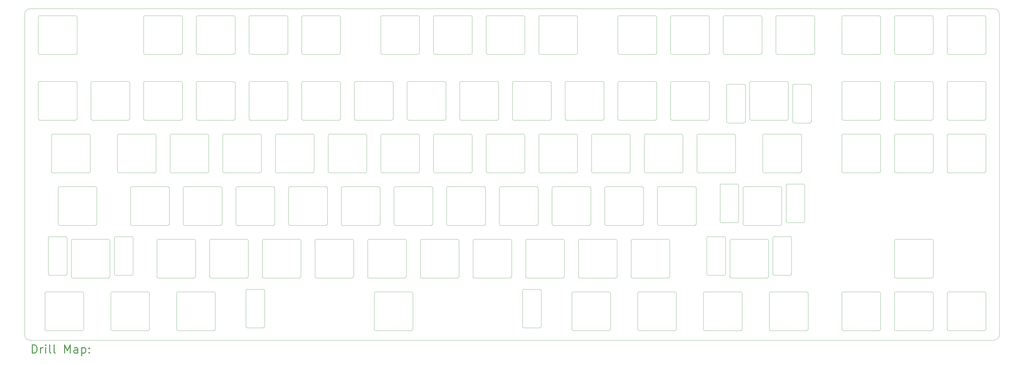
<source format=gbr>
%FSLAX45Y45*%
G04 Gerber Fmt 4.5, Leading zero omitted, Abs format (unit mm)*
G04 Created by KiCad (PCBNEW (5.1.12)-1) date 2021-11-20 18:31:44*
%MOMM*%
%LPD*%
G01*
G04 APERTURE LIST*
%TA.AperFunction,Profile*%
%ADD10C,0.100000*%
%TD*%
%ADD11C,0.200000*%
%ADD12C,0.300000*%
G04 APERTURE END LIST*
D10*
X41200000Y-4200000D02*
G75*
G03*
X41000000Y-4000000I-200000J0D01*
G01*
X41200000Y-15800000D02*
G75*
G02*
X41000000Y-16000000I-200000J0D01*
G01*
X5950000Y-15800000D02*
G75*
G03*
X6150000Y-16000000I200000J0D01*
G01*
X5950000Y-4200000D02*
G75*
G02*
X6150000Y-4000000I200000J0D01*
G01*
X41200000Y-4200000D02*
X41200000Y-15800000D01*
X5950000Y-4200000D02*
X5950000Y-15800000D01*
X6150000Y-16000000D02*
X41000000Y-16000000D01*
X6150000Y-4000000D02*
X41000000Y-4000000D01*
X40708750Y-15603750D02*
G75*
G02*
X40658750Y-15653750I-50000J0D01*
G01*
X39358750Y-15653750D02*
G75*
G02*
X39308750Y-15603750I0J50000D01*
G01*
X40658750Y-14253750D02*
G75*
G02*
X40708750Y-14303750I0J-50000D01*
G01*
X39308750Y-14303750D02*
G75*
G02*
X39358750Y-14253750I50000J0D01*
G01*
X40708750Y-14303750D02*
X40708750Y-15603750D01*
X39308750Y-14303750D02*
X39308750Y-15603750D01*
X39358750Y-15653750D02*
X40658750Y-15653750D01*
X39358750Y-14253750D02*
X40658750Y-14253750D01*
X38803750Y-15603750D02*
G75*
G02*
X38753750Y-15653750I-50000J0D01*
G01*
X37453750Y-15653750D02*
G75*
G02*
X37403750Y-15603750I0J50000D01*
G01*
X38753750Y-14253750D02*
G75*
G02*
X38803750Y-14303750I0J-50000D01*
G01*
X37403750Y-14303750D02*
G75*
G02*
X37453750Y-14253750I50000J0D01*
G01*
X38803750Y-14303750D02*
X38803750Y-15603750D01*
X37403750Y-14303750D02*
X37403750Y-15603750D01*
X37453750Y-15653750D02*
X38753750Y-15653750D01*
X37453750Y-14253750D02*
X38753750Y-14253750D01*
X36898750Y-15603750D02*
G75*
G02*
X36848750Y-15653750I-50000J0D01*
G01*
X35548750Y-15653750D02*
G75*
G02*
X35498750Y-15603750I0J50000D01*
G01*
X36848750Y-14253750D02*
G75*
G02*
X36898750Y-14303750I0J-50000D01*
G01*
X35498750Y-14303750D02*
G75*
G02*
X35548750Y-14253750I50000J0D01*
G01*
X36898750Y-14303750D02*
X36898750Y-15603750D01*
X35498750Y-14303750D02*
X35498750Y-15603750D01*
X35548750Y-15653750D02*
X36848750Y-15653750D01*
X35548750Y-14253750D02*
X36848750Y-14253750D01*
X34279375Y-15603750D02*
G75*
G02*
X34229375Y-15653750I-50000J0D01*
G01*
X32929375Y-15653750D02*
G75*
G02*
X32879375Y-15603750I0J50000D01*
G01*
X34229375Y-14253750D02*
G75*
G02*
X34279375Y-14303750I0J-50000D01*
G01*
X32879375Y-14303750D02*
G75*
G02*
X32929375Y-14253750I50000J0D01*
G01*
X34279375Y-14303750D02*
X34279375Y-15603750D01*
X32879375Y-14303750D02*
X32879375Y-15603750D01*
X32929375Y-15653750D02*
X34229375Y-15653750D01*
X32929375Y-14253750D02*
X34229375Y-14253750D01*
X31898125Y-15603750D02*
G75*
G02*
X31848125Y-15653750I-50000J0D01*
G01*
X30548125Y-15653750D02*
G75*
G02*
X30498125Y-15603750I0J50000D01*
G01*
X31848125Y-14253750D02*
G75*
G02*
X31898125Y-14303750I0J-50000D01*
G01*
X30498125Y-14303750D02*
G75*
G02*
X30548125Y-14253750I50000J0D01*
G01*
X31898125Y-14303750D02*
X31898125Y-15603750D01*
X30498125Y-14303750D02*
X30498125Y-15603750D01*
X30548125Y-15653750D02*
X31848125Y-15653750D01*
X30548125Y-14253750D02*
X31848125Y-14253750D01*
X29516875Y-15603750D02*
G75*
G02*
X29466875Y-15653750I-50000J0D01*
G01*
X28166875Y-15653750D02*
G75*
G02*
X28116875Y-15603750I0J50000D01*
G01*
X29466875Y-14253750D02*
G75*
G02*
X29516875Y-14303750I0J-50000D01*
G01*
X28116875Y-14303750D02*
G75*
G02*
X28166875Y-14253750I50000J0D01*
G01*
X29516875Y-14303750D02*
X29516875Y-15603750D01*
X28116875Y-14303750D02*
X28116875Y-15603750D01*
X28166875Y-15653750D02*
X29466875Y-15653750D01*
X28166875Y-14253750D02*
X29466875Y-14253750D01*
X27135625Y-15603750D02*
G75*
G02*
X27085625Y-15653750I-50000J0D01*
G01*
X25785625Y-15653750D02*
G75*
G02*
X25735625Y-15603750I0J50000D01*
G01*
X27085625Y-14253750D02*
G75*
G02*
X27135625Y-14303750I0J-50000D01*
G01*
X25735625Y-14303750D02*
G75*
G02*
X25785625Y-14253750I50000J0D01*
G01*
X27135625Y-14303750D02*
X27135625Y-15603750D01*
X25735625Y-14303750D02*
X25735625Y-15603750D01*
X25785625Y-15653750D02*
X27085625Y-15653750D01*
X25785625Y-14253750D02*
X27085625Y-14253750D01*
X14629375Y-15503750D02*
G75*
G02*
X14579375Y-15553750I-50000J0D01*
G01*
X14004375Y-15553750D02*
G75*
G02*
X13954375Y-15503750I0J50000D01*
G01*
X14579375Y-14153750D02*
G75*
G02*
X14629375Y-14203750I0J-50000D01*
G01*
X13954375Y-14203750D02*
G75*
G02*
X14004375Y-14153750I50000J0D01*
G01*
X14629375Y-14203750D02*
X14629375Y-15503750D01*
X13954375Y-14203750D02*
X13954375Y-15503750D01*
X14004375Y-15553750D02*
X14579375Y-15553750D01*
X14004375Y-14153750D02*
X14579375Y-14153750D01*
X24629375Y-15503750D02*
G75*
G02*
X24579375Y-15553750I-50000J0D01*
G01*
X24004375Y-15553750D02*
G75*
G02*
X23954375Y-15503750I0J50000D01*
G01*
X24579375Y-14153750D02*
G75*
G02*
X24629375Y-14203750I0J-50000D01*
G01*
X23954375Y-14203750D02*
G75*
G02*
X24004375Y-14153750I50000J0D01*
G01*
X24629375Y-14203750D02*
X24629375Y-15503750D01*
X23954375Y-14203750D02*
X23954375Y-15503750D01*
X24004375Y-15553750D02*
X24579375Y-15553750D01*
X24004375Y-14153750D02*
X24579375Y-14153750D01*
X19991875Y-15603750D02*
G75*
G02*
X19941875Y-15653750I-50000J0D01*
G01*
X18641875Y-15653750D02*
G75*
G02*
X18591875Y-15603750I0J50000D01*
G01*
X19941875Y-14253750D02*
G75*
G02*
X19991875Y-14303750I0J-50000D01*
G01*
X18591875Y-14303750D02*
G75*
G02*
X18641875Y-14253750I50000J0D01*
G01*
X19991875Y-14303750D02*
X19991875Y-15603750D01*
X18591875Y-14303750D02*
X18591875Y-15603750D01*
X18641875Y-15653750D02*
X19941875Y-15653750D01*
X18641875Y-14253750D02*
X19941875Y-14253750D01*
X12848125Y-15603750D02*
G75*
G02*
X12798125Y-15653750I-50000J0D01*
G01*
X11498125Y-15653750D02*
G75*
G02*
X11448125Y-15603750I0J50000D01*
G01*
X12798125Y-14253750D02*
G75*
G02*
X12848125Y-14303750I0J-50000D01*
G01*
X11448125Y-14303750D02*
G75*
G02*
X11498125Y-14253750I50000J0D01*
G01*
X12848125Y-14303750D02*
X12848125Y-15603750D01*
X11448125Y-14303750D02*
X11448125Y-15603750D01*
X11498125Y-15653750D02*
X12798125Y-15653750D01*
X11498125Y-14253750D02*
X12798125Y-14253750D01*
X10466875Y-15603750D02*
G75*
G02*
X10416875Y-15653750I-50000J0D01*
G01*
X9116875Y-15653750D02*
G75*
G02*
X9066875Y-15603750I0J50000D01*
G01*
X10416875Y-14253750D02*
G75*
G02*
X10466875Y-14303750I0J-50000D01*
G01*
X9066875Y-14303750D02*
G75*
G02*
X9116875Y-14253750I50000J0D01*
G01*
X10466875Y-14303750D02*
X10466875Y-15603750D01*
X9066875Y-14303750D02*
X9066875Y-15603750D01*
X9116875Y-15653750D02*
X10416875Y-15653750D01*
X9116875Y-14253750D02*
X10416875Y-14253750D01*
X8085625Y-15603750D02*
G75*
G02*
X8035625Y-15653750I-50000J0D01*
G01*
X6735625Y-15653750D02*
G75*
G02*
X6685625Y-15603750I0J50000D01*
G01*
X8035625Y-14253750D02*
G75*
G02*
X8085625Y-14303750I0J-50000D01*
G01*
X6685625Y-14303750D02*
G75*
G02*
X6735625Y-14253750I50000J0D01*
G01*
X8085625Y-14303750D02*
X8085625Y-15603750D01*
X6685625Y-14303750D02*
X6685625Y-15603750D01*
X6735625Y-15653750D02*
X8035625Y-15653750D01*
X6735625Y-14253750D02*
X8035625Y-14253750D01*
X38803750Y-13698750D02*
G75*
G02*
X38753750Y-13748750I-50000J0D01*
G01*
X37453750Y-13748750D02*
G75*
G02*
X37403750Y-13698750I0J50000D01*
G01*
X38753750Y-12348750D02*
G75*
G02*
X38803750Y-12398750I0J-50000D01*
G01*
X37403750Y-12398750D02*
G75*
G02*
X37453750Y-12348750I50000J0D01*
G01*
X38803750Y-12398750D02*
X38803750Y-13698750D01*
X37403750Y-12398750D02*
X37403750Y-13698750D01*
X37453750Y-13748750D02*
X38753750Y-13748750D01*
X37453750Y-12348750D02*
X38753750Y-12348750D01*
X31294325Y-13598750D02*
G75*
G02*
X31244325Y-13648750I-50000J0D01*
G01*
X30669325Y-13648750D02*
G75*
G02*
X30619325Y-13598750I0J50000D01*
G01*
X31244325Y-12248750D02*
G75*
G02*
X31294325Y-12298750I0J-50000D01*
G01*
X30619325Y-12298750D02*
G75*
G02*
X30669325Y-12248750I50000J0D01*
G01*
X31294325Y-12298750D02*
X31294325Y-13598750D01*
X30619325Y-12298750D02*
X30619325Y-13598750D01*
X30669325Y-13648750D02*
X31244325Y-13648750D01*
X30669325Y-12248750D02*
X31244325Y-12248750D01*
X33681925Y-13598750D02*
G75*
G02*
X33631925Y-13648750I-50000J0D01*
G01*
X33056925Y-13648750D02*
G75*
G02*
X33006925Y-13598750I0J50000D01*
G01*
X33631925Y-12248750D02*
G75*
G02*
X33681925Y-12298750I0J-50000D01*
G01*
X33006925Y-12298750D02*
G75*
G02*
X33056925Y-12248750I50000J0D01*
G01*
X33681925Y-12298750D02*
X33681925Y-13598750D01*
X33006925Y-12298750D02*
X33006925Y-13598750D01*
X33056925Y-13648750D02*
X33631925Y-13648750D01*
X33056925Y-12248750D02*
X33631925Y-12248750D01*
X32850625Y-13698750D02*
G75*
G02*
X32800625Y-13748750I-50000J0D01*
G01*
X31500625Y-13748750D02*
G75*
G02*
X31450625Y-13698750I0J50000D01*
G01*
X32800625Y-12348750D02*
G75*
G02*
X32850625Y-12398750I0J-50000D01*
G01*
X31450625Y-12398750D02*
G75*
G02*
X31500625Y-12348750I50000J0D01*
G01*
X32850625Y-12398750D02*
X32850625Y-13698750D01*
X31450625Y-12398750D02*
X31450625Y-13698750D01*
X31500625Y-13748750D02*
X32800625Y-13748750D01*
X31500625Y-12348750D02*
X32800625Y-12348750D01*
X29278750Y-13698750D02*
G75*
G02*
X29228750Y-13748750I-50000J0D01*
G01*
X27928750Y-13748750D02*
G75*
G02*
X27878750Y-13698750I0J50000D01*
G01*
X29228750Y-12348750D02*
G75*
G02*
X29278750Y-12398750I0J-50000D01*
G01*
X27878750Y-12398750D02*
G75*
G02*
X27928750Y-12348750I50000J0D01*
G01*
X29278750Y-12398750D02*
X29278750Y-13698750D01*
X27878750Y-12398750D02*
X27878750Y-13698750D01*
X27928750Y-13748750D02*
X29228750Y-13748750D01*
X27928750Y-12348750D02*
X29228750Y-12348750D01*
X27373750Y-13698750D02*
G75*
G02*
X27323750Y-13748750I-50000J0D01*
G01*
X26023750Y-13748750D02*
G75*
G02*
X25973750Y-13698750I0J50000D01*
G01*
X27323750Y-12348750D02*
G75*
G02*
X27373750Y-12398750I0J-50000D01*
G01*
X25973750Y-12398750D02*
G75*
G02*
X26023750Y-12348750I50000J0D01*
G01*
X27373750Y-12398750D02*
X27373750Y-13698750D01*
X25973750Y-12398750D02*
X25973750Y-13698750D01*
X26023750Y-13748750D02*
X27323750Y-13748750D01*
X26023750Y-12348750D02*
X27323750Y-12348750D01*
X25468750Y-13698750D02*
G75*
G02*
X25418750Y-13748750I-50000J0D01*
G01*
X24118750Y-13748750D02*
G75*
G02*
X24068750Y-13698750I0J50000D01*
G01*
X25418750Y-12348750D02*
G75*
G02*
X25468750Y-12398750I0J-50000D01*
G01*
X24068750Y-12398750D02*
G75*
G02*
X24118750Y-12348750I50000J0D01*
G01*
X25468750Y-12398750D02*
X25468750Y-13698750D01*
X24068750Y-12398750D02*
X24068750Y-13698750D01*
X24118750Y-13748750D02*
X25418750Y-13748750D01*
X24118750Y-12348750D02*
X25418750Y-12348750D01*
X23563750Y-13698750D02*
G75*
G02*
X23513750Y-13748750I-50000J0D01*
G01*
X22213750Y-13748750D02*
G75*
G02*
X22163750Y-13698750I0J50000D01*
G01*
X23513750Y-12348750D02*
G75*
G02*
X23563750Y-12398750I0J-50000D01*
G01*
X22163750Y-12398750D02*
G75*
G02*
X22213750Y-12348750I50000J0D01*
G01*
X23563750Y-12398750D02*
X23563750Y-13698750D01*
X22163750Y-12398750D02*
X22163750Y-13698750D01*
X22213750Y-13748750D02*
X23513750Y-13748750D01*
X22213750Y-12348750D02*
X23513750Y-12348750D01*
X21658750Y-13698750D02*
G75*
G02*
X21608750Y-13748750I-50000J0D01*
G01*
X20308750Y-13748750D02*
G75*
G02*
X20258750Y-13698750I0J50000D01*
G01*
X21608750Y-12348750D02*
G75*
G02*
X21658750Y-12398750I0J-50000D01*
G01*
X20258750Y-12398750D02*
G75*
G02*
X20308750Y-12348750I50000J0D01*
G01*
X21658750Y-12398750D02*
X21658750Y-13698750D01*
X20258750Y-12398750D02*
X20258750Y-13698750D01*
X20308750Y-13748750D02*
X21608750Y-13748750D01*
X20308750Y-12348750D02*
X21608750Y-12348750D01*
X19753750Y-13698750D02*
G75*
G02*
X19703750Y-13748750I-50000J0D01*
G01*
X18403750Y-13748750D02*
G75*
G02*
X18353750Y-13698750I0J50000D01*
G01*
X19703750Y-12348750D02*
G75*
G02*
X19753750Y-12398750I0J-50000D01*
G01*
X18353750Y-12398750D02*
G75*
G02*
X18403750Y-12348750I50000J0D01*
G01*
X19753750Y-12398750D02*
X19753750Y-13698750D01*
X18353750Y-12398750D02*
X18353750Y-13698750D01*
X18403750Y-13748750D02*
X19703750Y-13748750D01*
X18403750Y-12348750D02*
X19703750Y-12348750D01*
X17848750Y-13698750D02*
G75*
G02*
X17798750Y-13748750I-50000J0D01*
G01*
X16498750Y-13748750D02*
G75*
G02*
X16448750Y-13698750I0J50000D01*
G01*
X17798750Y-12348750D02*
G75*
G02*
X17848750Y-12398750I0J-50000D01*
G01*
X16448750Y-12398750D02*
G75*
G02*
X16498750Y-12348750I50000J0D01*
G01*
X17848750Y-12398750D02*
X17848750Y-13698750D01*
X16448750Y-12398750D02*
X16448750Y-13698750D01*
X16498750Y-13748750D02*
X17798750Y-13748750D01*
X16498750Y-12348750D02*
X17798750Y-12348750D01*
X15943750Y-13698750D02*
G75*
G02*
X15893750Y-13748750I-50000J0D01*
G01*
X14593750Y-13748750D02*
G75*
G02*
X14543750Y-13698750I0J50000D01*
G01*
X15893750Y-12348750D02*
G75*
G02*
X15943750Y-12398750I0J-50000D01*
G01*
X14543750Y-12398750D02*
G75*
G02*
X14593750Y-12348750I50000J0D01*
G01*
X15943750Y-12398750D02*
X15943750Y-13698750D01*
X14543750Y-12398750D02*
X14543750Y-13698750D01*
X14593750Y-13748750D02*
X15893750Y-13748750D01*
X14593750Y-12348750D02*
X15893750Y-12348750D01*
X14038750Y-13698750D02*
G75*
G02*
X13988750Y-13748750I-50000J0D01*
G01*
X12688750Y-13748750D02*
G75*
G02*
X12638750Y-13698750I0J50000D01*
G01*
X13988750Y-12348750D02*
G75*
G02*
X14038750Y-12398750I0J-50000D01*
G01*
X12638750Y-12398750D02*
G75*
G02*
X12688750Y-12348750I50000J0D01*
G01*
X14038750Y-12398750D02*
X14038750Y-13698750D01*
X12638750Y-12398750D02*
X12638750Y-13698750D01*
X12688750Y-13748750D02*
X13988750Y-13748750D01*
X12688750Y-12348750D02*
X13988750Y-12348750D01*
X12133750Y-13698750D02*
G75*
G02*
X12083750Y-13748750I-50000J0D01*
G01*
X10783750Y-13748750D02*
G75*
G02*
X10733750Y-13698750I0J50000D01*
G01*
X12083750Y-12348750D02*
G75*
G02*
X12133750Y-12398750I0J-50000D01*
G01*
X10733750Y-12398750D02*
G75*
G02*
X10783750Y-12348750I50000J0D01*
G01*
X12133750Y-12398750D02*
X12133750Y-13698750D01*
X10733750Y-12398750D02*
X10733750Y-13698750D01*
X10783750Y-13748750D02*
X12083750Y-13748750D01*
X10783750Y-12348750D02*
X12083750Y-12348750D01*
X7481825Y-13598750D02*
G75*
G02*
X7431825Y-13648750I-50000J0D01*
G01*
X6856825Y-13648750D02*
G75*
G02*
X6806825Y-13598750I0J50000D01*
G01*
X7431825Y-12248750D02*
G75*
G02*
X7481825Y-12298750I0J-50000D01*
G01*
X6806825Y-12298750D02*
G75*
G02*
X6856825Y-12248750I50000J0D01*
G01*
X7481825Y-12298750D02*
X7481825Y-13598750D01*
X6806825Y-12298750D02*
X6806825Y-13598750D01*
X6856825Y-13648750D02*
X7431825Y-13648750D01*
X6856825Y-12248750D02*
X7431825Y-12248750D01*
X9869425Y-13598750D02*
G75*
G02*
X9819425Y-13648750I-50000J0D01*
G01*
X9244425Y-13648750D02*
G75*
G02*
X9194425Y-13598750I0J50000D01*
G01*
X9819425Y-12248750D02*
G75*
G02*
X9869425Y-12298750I0J-50000D01*
G01*
X9194425Y-12298750D02*
G75*
G02*
X9244425Y-12248750I50000J0D01*
G01*
X9869425Y-12298750D02*
X9869425Y-13598750D01*
X9194425Y-12298750D02*
X9194425Y-13598750D01*
X9244425Y-13648750D02*
X9819425Y-13648750D01*
X9244425Y-12248750D02*
X9819425Y-12248750D01*
X9038125Y-13698750D02*
G75*
G02*
X8988125Y-13748750I-50000J0D01*
G01*
X7688125Y-13748750D02*
G75*
G02*
X7638125Y-13698750I0J50000D01*
G01*
X8988125Y-12348750D02*
G75*
G02*
X9038125Y-12398750I0J-50000D01*
G01*
X7638125Y-12398750D02*
G75*
G02*
X7688125Y-12348750I50000J0D01*
G01*
X9038125Y-12398750D02*
X9038125Y-13698750D01*
X7638125Y-12398750D02*
X7638125Y-13698750D01*
X7688125Y-13748750D02*
X8988125Y-13748750D01*
X7688125Y-12348750D02*
X8988125Y-12348750D01*
X31770575Y-11693750D02*
G75*
G02*
X31720575Y-11743750I-50000J0D01*
G01*
X31145575Y-11743750D02*
G75*
G02*
X31095575Y-11693750I0J50000D01*
G01*
X31720575Y-10343750D02*
G75*
G02*
X31770575Y-10393750I0J-50000D01*
G01*
X31095575Y-10393750D02*
G75*
G02*
X31145575Y-10343750I50000J0D01*
G01*
X31770575Y-10393750D02*
X31770575Y-11693750D01*
X31095575Y-10393750D02*
X31095575Y-11693750D01*
X31145575Y-11743750D02*
X31720575Y-11743750D01*
X31145575Y-10343750D02*
X31720575Y-10343750D01*
X34158175Y-11693750D02*
G75*
G02*
X34108175Y-11743750I-50000J0D01*
G01*
X33533175Y-11743750D02*
G75*
G02*
X33483175Y-11693750I0J50000D01*
G01*
X34108175Y-10343750D02*
G75*
G02*
X34158175Y-10393750I0J-50000D01*
G01*
X33483175Y-10393750D02*
G75*
G02*
X33533175Y-10343750I50000J0D01*
G01*
X34158175Y-10393750D02*
X34158175Y-11693750D01*
X33483175Y-10393750D02*
X33483175Y-11693750D01*
X33533175Y-11743750D02*
X34108175Y-11743750D01*
X33533175Y-10343750D02*
X34108175Y-10343750D01*
X33326875Y-11793750D02*
G75*
G02*
X33276875Y-11843750I-50000J0D01*
G01*
X31976875Y-11843750D02*
G75*
G02*
X31926875Y-11793750I0J50000D01*
G01*
X33276875Y-10443750D02*
G75*
G02*
X33326875Y-10493750I0J-50000D01*
G01*
X31926875Y-10493750D02*
G75*
G02*
X31976875Y-10443750I50000J0D01*
G01*
X33326875Y-10493750D02*
X33326875Y-11793750D01*
X31926875Y-10493750D02*
X31926875Y-11793750D01*
X31976875Y-11843750D02*
X33276875Y-11843750D01*
X31976875Y-10443750D02*
X33276875Y-10443750D01*
X30231250Y-11793750D02*
G75*
G02*
X30181250Y-11843750I-50000J0D01*
G01*
X28881250Y-11843750D02*
G75*
G02*
X28831250Y-11793750I0J50000D01*
G01*
X30181250Y-10443750D02*
G75*
G02*
X30231250Y-10493750I0J-50000D01*
G01*
X28831250Y-10493750D02*
G75*
G02*
X28881250Y-10443750I50000J0D01*
G01*
X30231250Y-10493750D02*
X30231250Y-11793750D01*
X28831250Y-10493750D02*
X28831250Y-11793750D01*
X28881250Y-11843750D02*
X30181250Y-11843750D01*
X28881250Y-10443750D02*
X30181250Y-10443750D01*
X28326250Y-11793750D02*
G75*
G02*
X28276250Y-11843750I-50000J0D01*
G01*
X26976250Y-11843750D02*
G75*
G02*
X26926250Y-11793750I0J50000D01*
G01*
X28276250Y-10443750D02*
G75*
G02*
X28326250Y-10493750I0J-50000D01*
G01*
X26926250Y-10493750D02*
G75*
G02*
X26976250Y-10443750I50000J0D01*
G01*
X28326250Y-10493750D02*
X28326250Y-11793750D01*
X26926250Y-10493750D02*
X26926250Y-11793750D01*
X26976250Y-11843750D02*
X28276250Y-11843750D01*
X26976250Y-10443750D02*
X28276250Y-10443750D01*
X26421250Y-11793750D02*
G75*
G02*
X26371250Y-11843750I-50000J0D01*
G01*
X25071250Y-11843750D02*
G75*
G02*
X25021250Y-11793750I0J50000D01*
G01*
X26371250Y-10443750D02*
G75*
G02*
X26421250Y-10493750I0J-50000D01*
G01*
X25021250Y-10493750D02*
G75*
G02*
X25071250Y-10443750I50000J0D01*
G01*
X26421250Y-10493750D02*
X26421250Y-11793750D01*
X25021250Y-10493750D02*
X25021250Y-11793750D01*
X25071250Y-11843750D02*
X26371250Y-11843750D01*
X25071250Y-10443750D02*
X26371250Y-10443750D01*
X24516250Y-11793750D02*
G75*
G02*
X24466250Y-11843750I-50000J0D01*
G01*
X23166250Y-11843750D02*
G75*
G02*
X23116250Y-11793750I0J50000D01*
G01*
X24466250Y-10443750D02*
G75*
G02*
X24516250Y-10493750I0J-50000D01*
G01*
X23116250Y-10493750D02*
G75*
G02*
X23166250Y-10443750I50000J0D01*
G01*
X24516250Y-10493750D02*
X24516250Y-11793750D01*
X23116250Y-10493750D02*
X23116250Y-11793750D01*
X23166250Y-11843750D02*
X24466250Y-11843750D01*
X23166250Y-10443750D02*
X24466250Y-10443750D01*
X22611250Y-11793750D02*
G75*
G02*
X22561250Y-11843750I-50000J0D01*
G01*
X21261250Y-11843750D02*
G75*
G02*
X21211250Y-11793750I0J50000D01*
G01*
X22561250Y-10443750D02*
G75*
G02*
X22611250Y-10493750I0J-50000D01*
G01*
X21211250Y-10493750D02*
G75*
G02*
X21261250Y-10443750I50000J0D01*
G01*
X22611250Y-10493750D02*
X22611250Y-11793750D01*
X21211250Y-10493750D02*
X21211250Y-11793750D01*
X21261250Y-11843750D02*
X22561250Y-11843750D01*
X21261250Y-10443750D02*
X22561250Y-10443750D01*
X20706250Y-11793750D02*
G75*
G02*
X20656250Y-11843750I-50000J0D01*
G01*
X19356250Y-11843750D02*
G75*
G02*
X19306250Y-11793750I0J50000D01*
G01*
X20656250Y-10443750D02*
G75*
G02*
X20706250Y-10493750I0J-50000D01*
G01*
X19306250Y-10493750D02*
G75*
G02*
X19356250Y-10443750I50000J0D01*
G01*
X20706250Y-10493750D02*
X20706250Y-11793750D01*
X19306250Y-10493750D02*
X19306250Y-11793750D01*
X19356250Y-11843750D02*
X20656250Y-11843750D01*
X19356250Y-10443750D02*
X20656250Y-10443750D01*
X18801250Y-11793750D02*
G75*
G02*
X18751250Y-11843750I-50000J0D01*
G01*
X17451250Y-11843750D02*
G75*
G02*
X17401250Y-11793750I0J50000D01*
G01*
X18751250Y-10443750D02*
G75*
G02*
X18801250Y-10493750I0J-50000D01*
G01*
X17401250Y-10493750D02*
G75*
G02*
X17451250Y-10443750I50000J0D01*
G01*
X18801250Y-10493750D02*
X18801250Y-11793750D01*
X17401250Y-10493750D02*
X17401250Y-11793750D01*
X17451250Y-11843750D02*
X18751250Y-11843750D01*
X17451250Y-10443750D02*
X18751250Y-10443750D01*
X16896250Y-11793750D02*
G75*
G02*
X16846250Y-11843750I-50000J0D01*
G01*
X15546250Y-11843750D02*
G75*
G02*
X15496250Y-11793750I0J50000D01*
G01*
X16846250Y-10443750D02*
G75*
G02*
X16896250Y-10493750I0J-50000D01*
G01*
X15496250Y-10493750D02*
G75*
G02*
X15546250Y-10443750I50000J0D01*
G01*
X16896250Y-10493750D02*
X16896250Y-11793750D01*
X15496250Y-10493750D02*
X15496250Y-11793750D01*
X15546250Y-11843750D02*
X16846250Y-11843750D01*
X15546250Y-10443750D02*
X16846250Y-10443750D01*
X14991250Y-11793750D02*
G75*
G02*
X14941250Y-11843750I-50000J0D01*
G01*
X13641250Y-11843750D02*
G75*
G02*
X13591250Y-11793750I0J50000D01*
G01*
X14941250Y-10443750D02*
G75*
G02*
X14991250Y-10493750I0J-50000D01*
G01*
X13591250Y-10493750D02*
G75*
G02*
X13641250Y-10443750I50000J0D01*
G01*
X14991250Y-10493750D02*
X14991250Y-11793750D01*
X13591250Y-10493750D02*
X13591250Y-11793750D01*
X13641250Y-11843750D02*
X14941250Y-11843750D01*
X13641250Y-10443750D02*
X14941250Y-10443750D01*
X13086250Y-11793750D02*
G75*
G02*
X13036250Y-11843750I-50000J0D01*
G01*
X11736250Y-11843750D02*
G75*
G02*
X11686250Y-11793750I0J50000D01*
G01*
X13036250Y-10443750D02*
G75*
G02*
X13086250Y-10493750I0J-50000D01*
G01*
X11686250Y-10493750D02*
G75*
G02*
X11736250Y-10443750I50000J0D01*
G01*
X13086250Y-10493750D02*
X13086250Y-11793750D01*
X11686250Y-10493750D02*
X11686250Y-11793750D01*
X11736250Y-11843750D02*
X13036250Y-11843750D01*
X11736250Y-10443750D02*
X13036250Y-10443750D01*
X11181250Y-11793750D02*
G75*
G02*
X11131250Y-11843750I-50000J0D01*
G01*
X9831250Y-11843750D02*
G75*
G02*
X9781250Y-11793750I0J50000D01*
G01*
X11131250Y-10443750D02*
G75*
G02*
X11181250Y-10493750I0J-50000D01*
G01*
X9781250Y-10493750D02*
G75*
G02*
X9831250Y-10443750I50000J0D01*
G01*
X11181250Y-10493750D02*
X11181250Y-11793750D01*
X9781250Y-10493750D02*
X9781250Y-11793750D01*
X9831250Y-11843750D02*
X11131250Y-11843750D01*
X9831250Y-10443750D02*
X11131250Y-10443750D01*
X8561875Y-11793750D02*
G75*
G02*
X8511875Y-11843750I-50000J0D01*
G01*
X7211875Y-11843750D02*
G75*
G02*
X7161875Y-11793750I0J50000D01*
G01*
X8511875Y-10443750D02*
G75*
G02*
X8561875Y-10493750I0J-50000D01*
G01*
X7161875Y-10493750D02*
G75*
G02*
X7211875Y-10443750I50000J0D01*
G01*
X8561875Y-10493750D02*
X8561875Y-11793750D01*
X7161875Y-10493750D02*
X7161875Y-11793750D01*
X7211875Y-11843750D02*
X8511875Y-11843750D01*
X7211875Y-10443750D02*
X8511875Y-10443750D01*
X40708750Y-9888750D02*
G75*
G02*
X40658750Y-9938750I-50000J0D01*
G01*
X39358750Y-9938750D02*
G75*
G02*
X39308750Y-9888750I0J50000D01*
G01*
X40658750Y-8538750D02*
G75*
G02*
X40708750Y-8588750I0J-50000D01*
G01*
X39308750Y-8588750D02*
G75*
G02*
X39358750Y-8538750I50000J0D01*
G01*
X40708750Y-8588750D02*
X40708750Y-9888750D01*
X39308750Y-8588750D02*
X39308750Y-9888750D01*
X39358750Y-9938750D02*
X40658750Y-9938750D01*
X39358750Y-8538750D02*
X40658750Y-8538750D01*
X38803750Y-9888750D02*
G75*
G02*
X38753750Y-9938750I-50000J0D01*
G01*
X37453750Y-9938750D02*
G75*
G02*
X37403750Y-9888750I0J50000D01*
G01*
X38753750Y-8538750D02*
G75*
G02*
X38803750Y-8588750I0J-50000D01*
G01*
X37403750Y-8588750D02*
G75*
G02*
X37453750Y-8538750I50000J0D01*
G01*
X38803750Y-8588750D02*
X38803750Y-9888750D01*
X37403750Y-8588750D02*
X37403750Y-9888750D01*
X37453750Y-9938750D02*
X38753750Y-9938750D01*
X37453750Y-8538750D02*
X38753750Y-8538750D01*
X36898750Y-9888750D02*
G75*
G02*
X36848750Y-9938750I-50000J0D01*
G01*
X35548750Y-9938750D02*
G75*
G02*
X35498750Y-9888750I0J50000D01*
G01*
X36848750Y-8538750D02*
G75*
G02*
X36898750Y-8588750I0J-50000D01*
G01*
X35498750Y-8588750D02*
G75*
G02*
X35548750Y-8538750I50000J0D01*
G01*
X36898750Y-8588750D02*
X36898750Y-9888750D01*
X35498750Y-8588750D02*
X35498750Y-9888750D01*
X35548750Y-9938750D02*
X36848750Y-9938750D01*
X35548750Y-8538750D02*
X36848750Y-8538750D01*
X34041250Y-9888750D02*
G75*
G02*
X33991250Y-9938750I-50000J0D01*
G01*
X32691250Y-9938750D02*
G75*
G02*
X32641250Y-9888750I0J50000D01*
G01*
X33991250Y-8538750D02*
G75*
G02*
X34041250Y-8588750I0J-50000D01*
G01*
X32641250Y-8588750D02*
G75*
G02*
X32691250Y-8538750I50000J0D01*
G01*
X34041250Y-8588750D02*
X34041250Y-9888750D01*
X32641250Y-8588750D02*
X32641250Y-9888750D01*
X32691250Y-9938750D02*
X33991250Y-9938750D01*
X32691250Y-8538750D02*
X33991250Y-8538750D01*
X31660000Y-9888750D02*
G75*
G02*
X31610000Y-9938750I-50000J0D01*
G01*
X30310000Y-9938750D02*
G75*
G02*
X30260000Y-9888750I0J50000D01*
G01*
X31610000Y-8538750D02*
G75*
G02*
X31660000Y-8588750I0J-50000D01*
G01*
X30260000Y-8588750D02*
G75*
G02*
X30310000Y-8538750I50000J0D01*
G01*
X31660000Y-8588750D02*
X31660000Y-9888750D01*
X30260000Y-8588750D02*
X30260000Y-9888750D01*
X30310000Y-9938750D02*
X31610000Y-9938750D01*
X30310000Y-8538750D02*
X31610000Y-8538750D01*
X29755000Y-9888750D02*
G75*
G02*
X29705000Y-9938750I-50000J0D01*
G01*
X28405000Y-9938750D02*
G75*
G02*
X28355000Y-9888750I0J50000D01*
G01*
X29705000Y-8538750D02*
G75*
G02*
X29755000Y-8588750I0J-50000D01*
G01*
X28355000Y-8588750D02*
G75*
G02*
X28405000Y-8538750I50000J0D01*
G01*
X29755000Y-8588750D02*
X29755000Y-9888750D01*
X28355000Y-8588750D02*
X28355000Y-9888750D01*
X28405000Y-9938750D02*
X29705000Y-9938750D01*
X28405000Y-8538750D02*
X29705000Y-8538750D01*
X27850000Y-9888750D02*
G75*
G02*
X27800000Y-9938750I-50000J0D01*
G01*
X26500000Y-9938750D02*
G75*
G02*
X26450000Y-9888750I0J50000D01*
G01*
X27800000Y-8538750D02*
G75*
G02*
X27850000Y-8588750I0J-50000D01*
G01*
X26450000Y-8588750D02*
G75*
G02*
X26500000Y-8538750I50000J0D01*
G01*
X27850000Y-8588750D02*
X27850000Y-9888750D01*
X26450000Y-8588750D02*
X26450000Y-9888750D01*
X26500000Y-9938750D02*
X27800000Y-9938750D01*
X26500000Y-8538750D02*
X27800000Y-8538750D01*
X25945000Y-9888750D02*
G75*
G02*
X25895000Y-9938750I-50000J0D01*
G01*
X24595000Y-9938750D02*
G75*
G02*
X24545000Y-9888750I0J50000D01*
G01*
X25895000Y-8538750D02*
G75*
G02*
X25945000Y-8588750I0J-50000D01*
G01*
X24545000Y-8588750D02*
G75*
G02*
X24595000Y-8538750I50000J0D01*
G01*
X25945000Y-8588750D02*
X25945000Y-9888750D01*
X24545000Y-8588750D02*
X24545000Y-9888750D01*
X24595000Y-9938750D02*
X25895000Y-9938750D01*
X24595000Y-8538750D02*
X25895000Y-8538750D01*
X24040000Y-9888750D02*
G75*
G02*
X23990000Y-9938750I-50000J0D01*
G01*
X22690000Y-9938750D02*
G75*
G02*
X22640000Y-9888750I0J50000D01*
G01*
X23990000Y-8538750D02*
G75*
G02*
X24040000Y-8588750I0J-50000D01*
G01*
X22640000Y-8588750D02*
G75*
G02*
X22690000Y-8538750I50000J0D01*
G01*
X24040000Y-8588750D02*
X24040000Y-9888750D01*
X22640000Y-8588750D02*
X22640000Y-9888750D01*
X22690000Y-9938750D02*
X23990000Y-9938750D01*
X22690000Y-8538750D02*
X23990000Y-8538750D01*
X22135000Y-9888750D02*
G75*
G02*
X22085000Y-9938750I-50000J0D01*
G01*
X20785000Y-9938750D02*
G75*
G02*
X20735000Y-9888750I0J50000D01*
G01*
X22085000Y-8538750D02*
G75*
G02*
X22135000Y-8588750I0J-50000D01*
G01*
X20735000Y-8588750D02*
G75*
G02*
X20785000Y-8538750I50000J0D01*
G01*
X22135000Y-8588750D02*
X22135000Y-9888750D01*
X20735000Y-8588750D02*
X20735000Y-9888750D01*
X20785000Y-9938750D02*
X22085000Y-9938750D01*
X20785000Y-8538750D02*
X22085000Y-8538750D01*
X20230000Y-9888750D02*
G75*
G02*
X20180000Y-9938750I-50000J0D01*
G01*
X18880000Y-9938750D02*
G75*
G02*
X18830000Y-9888750I0J50000D01*
G01*
X20180000Y-8538750D02*
G75*
G02*
X20230000Y-8588750I0J-50000D01*
G01*
X18830000Y-8588750D02*
G75*
G02*
X18880000Y-8538750I50000J0D01*
G01*
X20230000Y-8588750D02*
X20230000Y-9888750D01*
X18830000Y-8588750D02*
X18830000Y-9888750D01*
X18880000Y-9938750D02*
X20180000Y-9938750D01*
X18880000Y-8538750D02*
X20180000Y-8538750D01*
X18325000Y-9888750D02*
G75*
G02*
X18275000Y-9938750I-50000J0D01*
G01*
X16975000Y-9938750D02*
G75*
G02*
X16925000Y-9888750I0J50000D01*
G01*
X18275000Y-8538750D02*
G75*
G02*
X18325000Y-8588750I0J-50000D01*
G01*
X16925000Y-8588750D02*
G75*
G02*
X16975000Y-8538750I50000J0D01*
G01*
X18325000Y-8588750D02*
X18325000Y-9888750D01*
X16925000Y-8588750D02*
X16925000Y-9888750D01*
X16975000Y-9938750D02*
X18275000Y-9938750D01*
X16975000Y-8538750D02*
X18275000Y-8538750D01*
X16420000Y-9888750D02*
G75*
G02*
X16370000Y-9938750I-50000J0D01*
G01*
X15070000Y-9938750D02*
G75*
G02*
X15020000Y-9888750I0J50000D01*
G01*
X16370000Y-8538750D02*
G75*
G02*
X16420000Y-8588750I0J-50000D01*
G01*
X15020000Y-8588750D02*
G75*
G02*
X15070000Y-8538750I50000J0D01*
G01*
X16420000Y-8588750D02*
X16420000Y-9888750D01*
X15020000Y-8588750D02*
X15020000Y-9888750D01*
X15070000Y-9938750D02*
X16370000Y-9938750D01*
X15070000Y-8538750D02*
X16370000Y-8538750D01*
X14515000Y-9888750D02*
G75*
G02*
X14465000Y-9938750I-50000J0D01*
G01*
X13165000Y-9938750D02*
G75*
G02*
X13115000Y-9888750I0J50000D01*
G01*
X14465000Y-8538750D02*
G75*
G02*
X14515000Y-8588750I0J-50000D01*
G01*
X13115000Y-8588750D02*
G75*
G02*
X13165000Y-8538750I50000J0D01*
G01*
X14515000Y-8588750D02*
X14515000Y-9888750D01*
X13115000Y-8588750D02*
X13115000Y-9888750D01*
X13165000Y-9938750D02*
X14465000Y-9938750D01*
X13165000Y-8538750D02*
X14465000Y-8538750D01*
X12610000Y-9888750D02*
G75*
G02*
X12560000Y-9938750I-50000J0D01*
G01*
X11260000Y-9938750D02*
G75*
G02*
X11210000Y-9888750I0J50000D01*
G01*
X12560000Y-8538750D02*
G75*
G02*
X12610000Y-8588750I0J-50000D01*
G01*
X11210000Y-8588750D02*
G75*
G02*
X11260000Y-8538750I50000J0D01*
G01*
X12610000Y-8588750D02*
X12610000Y-9888750D01*
X11210000Y-8588750D02*
X11210000Y-9888750D01*
X11260000Y-9938750D02*
X12560000Y-9938750D01*
X11260000Y-8538750D02*
X12560000Y-8538750D01*
X10705000Y-9888750D02*
G75*
G02*
X10655000Y-9938750I-50000J0D01*
G01*
X9355000Y-9938750D02*
G75*
G02*
X9305000Y-9888750I0J50000D01*
G01*
X10655000Y-8538750D02*
G75*
G02*
X10705000Y-8588750I0J-50000D01*
G01*
X9305000Y-8588750D02*
G75*
G02*
X9355000Y-8538750I50000J0D01*
G01*
X10705000Y-8588750D02*
X10705000Y-9888750D01*
X9305000Y-8588750D02*
X9305000Y-9888750D01*
X9355000Y-9938750D02*
X10655000Y-9938750D01*
X9355000Y-8538750D02*
X10655000Y-8538750D01*
X8323750Y-9888750D02*
G75*
G02*
X8273750Y-9938750I-50000J0D01*
G01*
X6973750Y-9938750D02*
G75*
G02*
X6923750Y-9888750I0J50000D01*
G01*
X8273750Y-8538750D02*
G75*
G02*
X8323750Y-8588750I0J-50000D01*
G01*
X6923750Y-8588750D02*
G75*
G02*
X6973750Y-8538750I50000J0D01*
G01*
X8323750Y-8588750D02*
X8323750Y-9888750D01*
X6923750Y-8588750D02*
X6923750Y-9888750D01*
X6973750Y-9938750D02*
X8273750Y-9938750D01*
X6973750Y-8538750D02*
X8273750Y-8538750D01*
X40708750Y-7983750D02*
G75*
G02*
X40658750Y-8033750I-50000J0D01*
G01*
X39358750Y-8033750D02*
G75*
G02*
X39308750Y-7983750I0J50000D01*
G01*
X40658750Y-6633750D02*
G75*
G02*
X40708750Y-6683750I0J-50000D01*
G01*
X39308750Y-6683750D02*
G75*
G02*
X39358750Y-6633750I50000J0D01*
G01*
X40708750Y-6683750D02*
X40708750Y-7983750D01*
X39308750Y-6683750D02*
X39308750Y-7983750D01*
X39358750Y-8033750D02*
X40658750Y-8033750D01*
X39358750Y-6633750D02*
X40658750Y-6633750D01*
X38803750Y-7983750D02*
G75*
G02*
X38753750Y-8033750I-50000J0D01*
G01*
X37453750Y-8033750D02*
G75*
G02*
X37403750Y-7983750I0J50000D01*
G01*
X38753750Y-6633750D02*
G75*
G02*
X38803750Y-6683750I0J-50000D01*
G01*
X37403750Y-6683750D02*
G75*
G02*
X37453750Y-6633750I50000J0D01*
G01*
X38803750Y-6683750D02*
X38803750Y-7983750D01*
X37403750Y-6683750D02*
X37403750Y-7983750D01*
X37453750Y-8033750D02*
X38753750Y-8033750D01*
X37453750Y-6633750D02*
X38753750Y-6633750D01*
X36898750Y-7983750D02*
G75*
G02*
X36848750Y-8033750I-50000J0D01*
G01*
X35548750Y-8033750D02*
G75*
G02*
X35498750Y-7983750I0J50000D01*
G01*
X36848750Y-6633750D02*
G75*
G02*
X36898750Y-6683750I0J-50000D01*
G01*
X35498750Y-6683750D02*
G75*
G02*
X35548750Y-6633750I50000J0D01*
G01*
X36898750Y-6683750D02*
X36898750Y-7983750D01*
X35498750Y-6683750D02*
X35498750Y-7983750D01*
X35548750Y-8033750D02*
X36848750Y-8033750D01*
X35548750Y-6633750D02*
X36848750Y-6633750D01*
X32008700Y-8083750D02*
G75*
G02*
X31958700Y-8133750I-50000J0D01*
G01*
X31383700Y-8133750D02*
G75*
G02*
X31333700Y-8083750I0J50000D01*
G01*
X31958700Y-6733750D02*
G75*
G02*
X32008700Y-6783750I0J-50000D01*
G01*
X31333700Y-6783750D02*
G75*
G02*
X31383700Y-6733750I50000J0D01*
G01*
X32008700Y-6783750D02*
X32008700Y-8083750D01*
X31333700Y-6783750D02*
X31333700Y-8083750D01*
X31383700Y-8133750D02*
X31958700Y-8133750D01*
X31383700Y-6733750D02*
X31958700Y-6733750D01*
X34396300Y-8083750D02*
G75*
G02*
X34346300Y-8133750I-50000J0D01*
G01*
X33771300Y-8133750D02*
G75*
G02*
X33721300Y-8083750I0J50000D01*
G01*
X34346300Y-6733750D02*
G75*
G02*
X34396300Y-6783750I0J-50000D01*
G01*
X33721300Y-6783750D02*
G75*
G02*
X33771300Y-6733750I50000J0D01*
G01*
X34396300Y-6783750D02*
X34396300Y-8083750D01*
X33721300Y-6783750D02*
X33721300Y-8083750D01*
X33771300Y-8133750D02*
X34346300Y-8133750D01*
X33771300Y-6733750D02*
X34346300Y-6733750D01*
X33565000Y-7983750D02*
G75*
G02*
X33515000Y-8033750I-50000J0D01*
G01*
X32215000Y-8033750D02*
G75*
G02*
X32165000Y-7983750I0J50000D01*
G01*
X33515000Y-6633750D02*
G75*
G02*
X33565000Y-6683750I0J-50000D01*
G01*
X32165000Y-6683750D02*
G75*
G02*
X32215000Y-6633750I50000J0D01*
G01*
X33565000Y-6683750D02*
X33565000Y-7983750D01*
X32165000Y-6683750D02*
X32165000Y-7983750D01*
X32215000Y-8033750D02*
X33515000Y-8033750D01*
X32215000Y-6633750D02*
X33515000Y-6633750D01*
X30707500Y-7983750D02*
G75*
G02*
X30657500Y-8033750I-50000J0D01*
G01*
X29357500Y-8033750D02*
G75*
G02*
X29307500Y-7983750I0J50000D01*
G01*
X30657500Y-6633750D02*
G75*
G02*
X30707500Y-6683750I0J-50000D01*
G01*
X29307500Y-6683750D02*
G75*
G02*
X29357500Y-6633750I50000J0D01*
G01*
X30707500Y-6683750D02*
X30707500Y-7983750D01*
X29307500Y-6683750D02*
X29307500Y-7983750D01*
X29357500Y-8033750D02*
X30657500Y-8033750D01*
X29357500Y-6633750D02*
X30657500Y-6633750D01*
X28802500Y-7983750D02*
G75*
G02*
X28752500Y-8033750I-50000J0D01*
G01*
X27452500Y-8033750D02*
G75*
G02*
X27402500Y-7983750I0J50000D01*
G01*
X28752500Y-6633750D02*
G75*
G02*
X28802500Y-6683750I0J-50000D01*
G01*
X27402500Y-6683750D02*
G75*
G02*
X27452500Y-6633750I50000J0D01*
G01*
X28802500Y-6683750D02*
X28802500Y-7983750D01*
X27402500Y-6683750D02*
X27402500Y-7983750D01*
X27452500Y-8033750D02*
X28752500Y-8033750D01*
X27452500Y-6633750D02*
X28752500Y-6633750D01*
X26897500Y-7983750D02*
G75*
G02*
X26847500Y-8033750I-50000J0D01*
G01*
X25547500Y-8033750D02*
G75*
G02*
X25497500Y-7983750I0J50000D01*
G01*
X26847500Y-6633750D02*
G75*
G02*
X26897500Y-6683750I0J-50000D01*
G01*
X25497500Y-6683750D02*
G75*
G02*
X25547500Y-6633750I50000J0D01*
G01*
X26897500Y-6683750D02*
X26897500Y-7983750D01*
X25497500Y-6683750D02*
X25497500Y-7983750D01*
X25547500Y-8033750D02*
X26847500Y-8033750D01*
X25547500Y-6633750D02*
X26847500Y-6633750D01*
X24992500Y-7983750D02*
G75*
G02*
X24942500Y-8033750I-50000J0D01*
G01*
X23642500Y-8033750D02*
G75*
G02*
X23592500Y-7983750I0J50000D01*
G01*
X24942500Y-6633750D02*
G75*
G02*
X24992500Y-6683750I0J-50000D01*
G01*
X23592500Y-6683750D02*
G75*
G02*
X23642500Y-6633750I50000J0D01*
G01*
X24992500Y-6683750D02*
X24992500Y-7983750D01*
X23592500Y-6683750D02*
X23592500Y-7983750D01*
X23642500Y-8033750D02*
X24942500Y-8033750D01*
X23642500Y-6633750D02*
X24942500Y-6633750D01*
X23087500Y-7983750D02*
G75*
G02*
X23037500Y-8033750I-50000J0D01*
G01*
X21737500Y-8033750D02*
G75*
G02*
X21687500Y-7983750I0J50000D01*
G01*
X23037500Y-6633750D02*
G75*
G02*
X23087500Y-6683750I0J-50000D01*
G01*
X21687500Y-6683750D02*
G75*
G02*
X21737500Y-6633750I50000J0D01*
G01*
X23087500Y-6683750D02*
X23087500Y-7983750D01*
X21687500Y-6683750D02*
X21687500Y-7983750D01*
X21737500Y-8033750D02*
X23037500Y-8033750D01*
X21737500Y-6633750D02*
X23037500Y-6633750D01*
X21182500Y-7983750D02*
G75*
G02*
X21132500Y-8033750I-50000J0D01*
G01*
X19832500Y-8033750D02*
G75*
G02*
X19782500Y-7983750I0J50000D01*
G01*
X21132500Y-6633750D02*
G75*
G02*
X21182500Y-6683750I0J-50000D01*
G01*
X19782500Y-6683750D02*
G75*
G02*
X19832500Y-6633750I50000J0D01*
G01*
X21182500Y-6683750D02*
X21182500Y-7983750D01*
X19782500Y-6683750D02*
X19782500Y-7983750D01*
X19832500Y-8033750D02*
X21132500Y-8033750D01*
X19832500Y-6633750D02*
X21132500Y-6633750D01*
X19277500Y-7983750D02*
G75*
G02*
X19227500Y-8033750I-50000J0D01*
G01*
X17927500Y-8033750D02*
G75*
G02*
X17877500Y-7983750I0J50000D01*
G01*
X19227500Y-6633750D02*
G75*
G02*
X19277500Y-6683750I0J-50000D01*
G01*
X17877500Y-6683750D02*
G75*
G02*
X17927500Y-6633750I50000J0D01*
G01*
X19277500Y-6683750D02*
X19277500Y-7983750D01*
X17877500Y-6683750D02*
X17877500Y-7983750D01*
X17927500Y-8033750D02*
X19227500Y-8033750D01*
X17927500Y-6633750D02*
X19227500Y-6633750D01*
X17372500Y-7983750D02*
G75*
G02*
X17322500Y-8033750I-50000J0D01*
G01*
X16022500Y-8033750D02*
G75*
G02*
X15972500Y-7983750I0J50000D01*
G01*
X17322500Y-6633750D02*
G75*
G02*
X17372500Y-6683750I0J-50000D01*
G01*
X15972500Y-6683750D02*
G75*
G02*
X16022500Y-6633750I50000J0D01*
G01*
X17372500Y-6683750D02*
X17372500Y-7983750D01*
X15972500Y-6683750D02*
X15972500Y-7983750D01*
X16022500Y-8033750D02*
X17322500Y-8033750D01*
X16022500Y-6633750D02*
X17322500Y-6633750D01*
X15467500Y-7983750D02*
G75*
G02*
X15417500Y-8033750I-50000J0D01*
G01*
X14117500Y-8033750D02*
G75*
G02*
X14067500Y-7983750I0J50000D01*
G01*
X15417500Y-6633750D02*
G75*
G02*
X15467500Y-6683750I0J-50000D01*
G01*
X14067500Y-6683750D02*
G75*
G02*
X14117500Y-6633750I50000J0D01*
G01*
X15467500Y-6683750D02*
X15467500Y-7983750D01*
X14067500Y-6683750D02*
X14067500Y-7983750D01*
X14117500Y-8033750D02*
X15417500Y-8033750D01*
X14117500Y-6633750D02*
X15417500Y-6633750D01*
X13562500Y-7983750D02*
G75*
G02*
X13512500Y-8033750I-50000J0D01*
G01*
X12212500Y-8033750D02*
G75*
G02*
X12162500Y-7983750I0J50000D01*
G01*
X13512500Y-6633750D02*
G75*
G02*
X13562500Y-6683750I0J-50000D01*
G01*
X12162500Y-6683750D02*
G75*
G02*
X12212500Y-6633750I50000J0D01*
G01*
X13562500Y-6683750D02*
X13562500Y-7983750D01*
X12162500Y-6683750D02*
X12162500Y-7983750D01*
X12212500Y-8033750D02*
X13512500Y-8033750D01*
X12212500Y-6633750D02*
X13512500Y-6633750D01*
X11657500Y-7983750D02*
G75*
G02*
X11607500Y-8033750I-50000J0D01*
G01*
X10307500Y-8033750D02*
G75*
G02*
X10257500Y-7983750I0J50000D01*
G01*
X11607500Y-6633750D02*
G75*
G02*
X11657500Y-6683750I0J-50000D01*
G01*
X10257500Y-6683750D02*
G75*
G02*
X10307500Y-6633750I50000J0D01*
G01*
X11657500Y-6683750D02*
X11657500Y-7983750D01*
X10257500Y-6683750D02*
X10257500Y-7983750D01*
X10307500Y-8033750D02*
X11607500Y-8033750D01*
X10307500Y-6633750D02*
X11607500Y-6633750D01*
X9752500Y-7983750D02*
G75*
G02*
X9702500Y-8033750I-50000J0D01*
G01*
X8402500Y-8033750D02*
G75*
G02*
X8352500Y-7983750I0J50000D01*
G01*
X9702500Y-6633750D02*
G75*
G02*
X9752500Y-6683750I0J-50000D01*
G01*
X8352500Y-6683750D02*
G75*
G02*
X8402500Y-6633750I50000J0D01*
G01*
X9752500Y-6683750D02*
X9752500Y-7983750D01*
X8352500Y-6683750D02*
X8352500Y-7983750D01*
X8402500Y-8033750D02*
X9702500Y-8033750D01*
X8402500Y-6633750D02*
X9702500Y-6633750D01*
X7847500Y-7983750D02*
G75*
G02*
X7797500Y-8033750I-50000J0D01*
G01*
X6497500Y-8033750D02*
G75*
G02*
X6447500Y-7983750I0J50000D01*
G01*
X7797500Y-6633750D02*
G75*
G02*
X7847500Y-6683750I0J-50000D01*
G01*
X6447500Y-6683750D02*
G75*
G02*
X6497500Y-6633750I50000J0D01*
G01*
X7847500Y-6683750D02*
X7847500Y-7983750D01*
X6447500Y-6683750D02*
X6447500Y-7983750D01*
X6497500Y-8033750D02*
X7797500Y-8033750D01*
X6497500Y-6633750D02*
X7797500Y-6633750D01*
X40708750Y-5602500D02*
G75*
G02*
X40658750Y-5652500I-50000J0D01*
G01*
X39358750Y-5652500D02*
G75*
G02*
X39308750Y-5602500I0J50000D01*
G01*
X40658750Y-4252500D02*
G75*
G02*
X40708750Y-4302500I0J-50000D01*
G01*
X39308750Y-4302500D02*
G75*
G02*
X39358750Y-4252500I50000J0D01*
G01*
X40708750Y-4302500D02*
X40708750Y-5602500D01*
X39308750Y-4302500D02*
X39308750Y-5602500D01*
X39358750Y-5652500D02*
X40658750Y-5652500D01*
X39358750Y-4252500D02*
X40658750Y-4252500D01*
X38803750Y-5602500D02*
G75*
G02*
X38753750Y-5652500I-50000J0D01*
G01*
X37453750Y-5652500D02*
G75*
G02*
X37403750Y-5602500I0J50000D01*
G01*
X38753750Y-4252500D02*
G75*
G02*
X38803750Y-4302500I0J-50000D01*
G01*
X37403750Y-4302500D02*
G75*
G02*
X37453750Y-4252500I50000J0D01*
G01*
X38803750Y-4302500D02*
X38803750Y-5602500D01*
X37403750Y-4302500D02*
X37403750Y-5602500D01*
X37453750Y-5652500D02*
X38753750Y-5652500D01*
X37453750Y-4252500D02*
X38753750Y-4252500D01*
X36898750Y-5602500D02*
G75*
G02*
X36848750Y-5652500I-50000J0D01*
G01*
X35548750Y-5652500D02*
G75*
G02*
X35498750Y-5602500I0J50000D01*
G01*
X36848750Y-4252500D02*
G75*
G02*
X36898750Y-4302500I0J-50000D01*
G01*
X35498750Y-4302500D02*
G75*
G02*
X35548750Y-4252500I50000J0D01*
G01*
X36898750Y-4302500D02*
X36898750Y-5602500D01*
X35498750Y-4302500D02*
X35498750Y-5602500D01*
X35548750Y-5652500D02*
X36848750Y-5652500D01*
X35548750Y-4252500D02*
X36848750Y-4252500D01*
X34517500Y-5602500D02*
G75*
G02*
X34467500Y-5652500I-50000J0D01*
G01*
X33167500Y-5652500D02*
G75*
G02*
X33117500Y-5602500I0J50000D01*
G01*
X34467500Y-4252500D02*
G75*
G02*
X34517500Y-4302500I0J-50000D01*
G01*
X33117500Y-4302500D02*
G75*
G02*
X33167500Y-4252500I50000J0D01*
G01*
X34517500Y-4302500D02*
X34517500Y-5602500D01*
X33117500Y-4302500D02*
X33117500Y-5602500D01*
X33167500Y-5652500D02*
X34467500Y-5652500D01*
X33167500Y-4252500D02*
X34467500Y-4252500D01*
X32612500Y-5602500D02*
G75*
G02*
X32562500Y-5652500I-50000J0D01*
G01*
X31262500Y-5652500D02*
G75*
G02*
X31212500Y-5602500I0J50000D01*
G01*
X32562500Y-4252500D02*
G75*
G02*
X32612500Y-4302500I0J-50000D01*
G01*
X31212500Y-4302500D02*
G75*
G02*
X31262500Y-4252500I50000J0D01*
G01*
X32612500Y-4302500D02*
X32612500Y-5602500D01*
X31212500Y-4302500D02*
X31212500Y-5602500D01*
X31262500Y-5652500D02*
X32562500Y-5652500D01*
X31262500Y-4252500D02*
X32562500Y-4252500D01*
X30707500Y-5602500D02*
G75*
G02*
X30657500Y-5652500I-50000J0D01*
G01*
X29357500Y-5652500D02*
G75*
G02*
X29307500Y-5602500I0J50000D01*
G01*
X30657500Y-4252500D02*
G75*
G02*
X30707500Y-4302500I0J-50000D01*
G01*
X29307500Y-4302500D02*
G75*
G02*
X29357500Y-4252500I50000J0D01*
G01*
X30707500Y-4302500D02*
X30707500Y-5602500D01*
X29307500Y-4302500D02*
X29307500Y-5602500D01*
X29357500Y-5652500D02*
X30657500Y-5652500D01*
X29357500Y-4252500D02*
X30657500Y-4252500D01*
X28802500Y-5602500D02*
G75*
G02*
X28752500Y-5652500I-50000J0D01*
G01*
X27452500Y-5652500D02*
G75*
G02*
X27402500Y-5602500I0J50000D01*
G01*
X28752500Y-4252500D02*
G75*
G02*
X28802500Y-4302500I0J-50000D01*
G01*
X27402500Y-4302500D02*
G75*
G02*
X27452500Y-4252500I50000J0D01*
G01*
X28802500Y-4302500D02*
X28802500Y-5602500D01*
X27402500Y-4302500D02*
X27402500Y-5602500D01*
X27452500Y-5652500D02*
X28752500Y-5652500D01*
X27452500Y-4252500D02*
X28752500Y-4252500D01*
X25945000Y-5602500D02*
G75*
G02*
X25895000Y-5652500I-50000J0D01*
G01*
X24595000Y-5652500D02*
G75*
G02*
X24545000Y-5602500I0J50000D01*
G01*
X25895000Y-4252500D02*
G75*
G02*
X25945000Y-4302500I0J-50000D01*
G01*
X24545000Y-4302500D02*
G75*
G02*
X24595000Y-4252500I50000J0D01*
G01*
X25945000Y-4302500D02*
X25945000Y-5602500D01*
X24545000Y-4302500D02*
X24545000Y-5602500D01*
X24595000Y-5652500D02*
X25895000Y-5652500D01*
X24595000Y-4252500D02*
X25895000Y-4252500D01*
X24040000Y-5602500D02*
G75*
G02*
X23990000Y-5652500I-50000J0D01*
G01*
X22690000Y-5652500D02*
G75*
G02*
X22640000Y-5602500I0J50000D01*
G01*
X23990000Y-4252500D02*
G75*
G02*
X24040000Y-4302500I0J-50000D01*
G01*
X22640000Y-4302500D02*
G75*
G02*
X22690000Y-4252500I50000J0D01*
G01*
X24040000Y-4302500D02*
X24040000Y-5602500D01*
X22640000Y-4302500D02*
X22640000Y-5602500D01*
X22690000Y-5652500D02*
X23990000Y-5652500D01*
X22690000Y-4252500D02*
X23990000Y-4252500D01*
X22135000Y-5602500D02*
G75*
G02*
X22085000Y-5652500I-50000J0D01*
G01*
X20785000Y-5652500D02*
G75*
G02*
X20735000Y-5602500I0J50000D01*
G01*
X22085000Y-4252500D02*
G75*
G02*
X22135000Y-4302500I0J-50000D01*
G01*
X20735000Y-4302500D02*
G75*
G02*
X20785000Y-4252500I50000J0D01*
G01*
X22135000Y-4302500D02*
X22135000Y-5602500D01*
X20735000Y-4302500D02*
X20735000Y-5602500D01*
X20785000Y-5652500D02*
X22085000Y-5652500D01*
X20785000Y-4252500D02*
X22085000Y-4252500D01*
X20230000Y-5602500D02*
G75*
G02*
X20180000Y-5652500I-50000J0D01*
G01*
X18880000Y-5652500D02*
G75*
G02*
X18830000Y-5602500I0J50000D01*
G01*
X20180000Y-4252500D02*
G75*
G02*
X20230000Y-4302500I0J-50000D01*
G01*
X18830000Y-4302500D02*
G75*
G02*
X18880000Y-4252500I50000J0D01*
G01*
X20230000Y-4302500D02*
X20230000Y-5602500D01*
X18830000Y-4302500D02*
X18830000Y-5602500D01*
X18880000Y-5652500D02*
X20180000Y-5652500D01*
X18880000Y-4252500D02*
X20180000Y-4252500D01*
X17372500Y-5602500D02*
G75*
G02*
X17322500Y-5652500I-50000J0D01*
G01*
X16022500Y-5652500D02*
G75*
G02*
X15972500Y-5602500I0J50000D01*
G01*
X17322500Y-4252500D02*
G75*
G02*
X17372500Y-4302500I0J-50000D01*
G01*
X15972500Y-4302500D02*
G75*
G02*
X16022500Y-4252500I50000J0D01*
G01*
X17372500Y-4302500D02*
X17372500Y-5602500D01*
X15972500Y-4302500D02*
X15972500Y-5602500D01*
X16022500Y-5652500D02*
X17322500Y-5652500D01*
X16022500Y-4252500D02*
X17322500Y-4252500D01*
X15467500Y-5602500D02*
G75*
G02*
X15417500Y-5652500I-50000J0D01*
G01*
X14117500Y-5652500D02*
G75*
G02*
X14067500Y-5602500I0J50000D01*
G01*
X15417500Y-4252500D02*
G75*
G02*
X15467500Y-4302500I0J-50000D01*
G01*
X14067500Y-4302500D02*
G75*
G02*
X14117500Y-4252500I50000J0D01*
G01*
X15467500Y-4302500D02*
X15467500Y-5602500D01*
X14067500Y-4302500D02*
X14067500Y-5602500D01*
X14117500Y-5652500D02*
X15417500Y-5652500D01*
X14117500Y-4252500D02*
X15417500Y-4252500D01*
X13562500Y-5602500D02*
G75*
G02*
X13512500Y-5652500I-50000J0D01*
G01*
X12212500Y-5652500D02*
G75*
G02*
X12162500Y-5602500I0J50000D01*
G01*
X13512500Y-4252500D02*
G75*
G02*
X13562500Y-4302500I0J-50000D01*
G01*
X12162500Y-4302500D02*
G75*
G02*
X12212500Y-4252500I50000J0D01*
G01*
X13562500Y-4302500D02*
X13562500Y-5602500D01*
X12162500Y-4302500D02*
X12162500Y-5602500D01*
X12212500Y-5652500D02*
X13512500Y-5652500D01*
X12212500Y-4252500D02*
X13512500Y-4252500D01*
X11657500Y-5602500D02*
G75*
G02*
X11607500Y-5652500I-50000J0D01*
G01*
X10307500Y-5652500D02*
G75*
G02*
X10257500Y-5602500I0J50000D01*
G01*
X11607500Y-4252500D02*
G75*
G02*
X11657500Y-4302500I0J-50000D01*
G01*
X10257500Y-4302500D02*
G75*
G02*
X10307500Y-4252500I50000J0D01*
G01*
X11657500Y-4302500D02*
X11657500Y-5602500D01*
X10257500Y-4302500D02*
X10257500Y-5602500D01*
X10307500Y-5652500D02*
X11607500Y-5652500D01*
X10307500Y-4252500D02*
X11607500Y-4252500D01*
X7847500Y-5602500D02*
G75*
G02*
X7797500Y-5652500I-50000J0D01*
G01*
X6497500Y-5652500D02*
G75*
G02*
X6447500Y-5602500I0J50000D01*
G01*
X7797500Y-4252500D02*
G75*
G02*
X7847500Y-4302500I0J-50000D01*
G01*
X6447500Y-4302500D02*
G75*
G02*
X6497500Y-4252500I50000J0D01*
G01*
X7847500Y-4302500D02*
X7847500Y-5602500D01*
X6447500Y-4302500D02*
X6447500Y-5602500D01*
X6497500Y-5652500D02*
X7797500Y-5652500D01*
X6497500Y-4252500D02*
X7797500Y-4252500D01*
D11*
D12*
X6231428Y-16470714D02*
X6231428Y-16170714D01*
X6302857Y-16170714D01*
X6345714Y-16185000D01*
X6374286Y-16213571D01*
X6388571Y-16242143D01*
X6402857Y-16299286D01*
X6402857Y-16342143D01*
X6388571Y-16399286D01*
X6374286Y-16427857D01*
X6345714Y-16456429D01*
X6302857Y-16470714D01*
X6231428Y-16470714D01*
X6531428Y-16470714D02*
X6531428Y-16270714D01*
X6531428Y-16327857D02*
X6545714Y-16299286D01*
X6560000Y-16285000D01*
X6588571Y-16270714D01*
X6617143Y-16270714D01*
X6717143Y-16470714D02*
X6717143Y-16270714D01*
X6717143Y-16170714D02*
X6702857Y-16185000D01*
X6717143Y-16199286D01*
X6731428Y-16185000D01*
X6717143Y-16170714D01*
X6717143Y-16199286D01*
X6902857Y-16470714D02*
X6874286Y-16456429D01*
X6860000Y-16427857D01*
X6860000Y-16170714D01*
X7060000Y-16470714D02*
X7031428Y-16456429D01*
X7017143Y-16427857D01*
X7017143Y-16170714D01*
X7402857Y-16470714D02*
X7402857Y-16170714D01*
X7502857Y-16385000D01*
X7602857Y-16170714D01*
X7602857Y-16470714D01*
X7874286Y-16470714D02*
X7874286Y-16313571D01*
X7860000Y-16285000D01*
X7831428Y-16270714D01*
X7774286Y-16270714D01*
X7745714Y-16285000D01*
X7874286Y-16456429D02*
X7845714Y-16470714D01*
X7774286Y-16470714D01*
X7745714Y-16456429D01*
X7731428Y-16427857D01*
X7731428Y-16399286D01*
X7745714Y-16370714D01*
X7774286Y-16356429D01*
X7845714Y-16356429D01*
X7874286Y-16342143D01*
X8017143Y-16270714D02*
X8017143Y-16570714D01*
X8017143Y-16285000D02*
X8045714Y-16270714D01*
X8102857Y-16270714D01*
X8131428Y-16285000D01*
X8145714Y-16299286D01*
X8160000Y-16327857D01*
X8160000Y-16413571D01*
X8145714Y-16442143D01*
X8131428Y-16456429D01*
X8102857Y-16470714D01*
X8045714Y-16470714D01*
X8017143Y-16456429D01*
X8288571Y-16442143D02*
X8302857Y-16456429D01*
X8288571Y-16470714D01*
X8274286Y-16456429D01*
X8288571Y-16442143D01*
X8288571Y-16470714D01*
X8288571Y-16285000D02*
X8302857Y-16299286D01*
X8288571Y-16313571D01*
X8274286Y-16299286D01*
X8288571Y-16285000D01*
X8288571Y-16313571D01*
M02*

</source>
